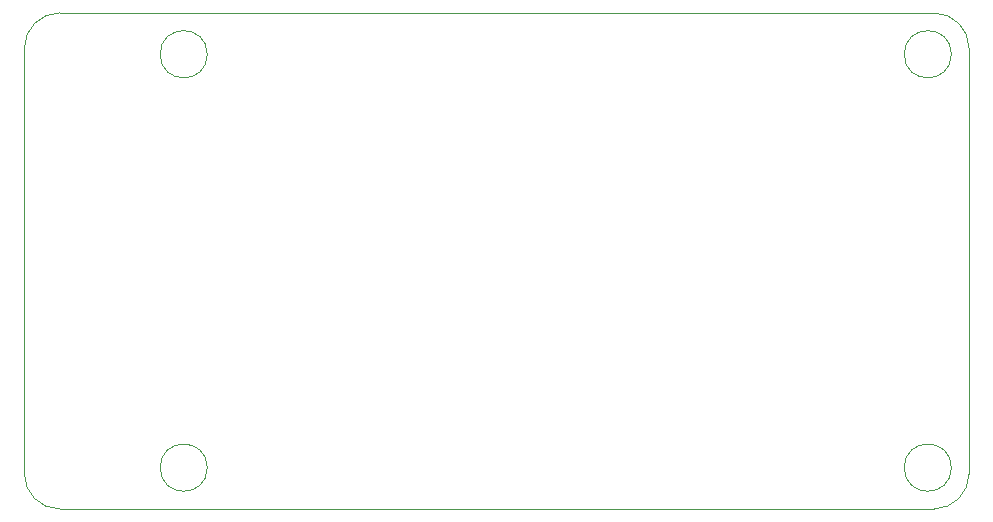
<source format=gm1>
G04 #@! TF.GenerationSoftware,KiCad,Pcbnew,(6.0.5)*
G04 #@! TF.CreationDate,2023-02-02T23:15:04-06:00*
G04 #@! TF.ProjectId,PIC18BT_MCE_Board,50494331-3842-4545-9f4d-43455f426f61,rev?*
G04 #@! TF.SameCoordinates,Original*
G04 #@! TF.FileFunction,Profile,NP*
%FSLAX46Y46*%
G04 Gerber Fmt 4.6, Leading zero omitted, Abs format (unit mm)*
G04 Created by KiCad (PCBNEW (6.0.5)) date 2023-02-02 23:15:04*
%MOMM*%
%LPD*%
G01*
G04 APERTURE LIST*
G04 #@! TA.AperFunction,Profile*
%ADD10C,0.100000*%
G04 #@! TD*
G04 #@! TA.AperFunction,Profile*
%ADD11C,0.120000*%
G04 #@! TD*
G04 APERTURE END LIST*
D10*
X105000000Y-77000000D02*
X105000000Y-113000000D01*
X185000000Y-77000000D02*
G75*
G03*
X182000000Y-74000000I-3000000J0D01*
G01*
X182000000Y-116000000D02*
G75*
G03*
X185000000Y-113000000I0J3000000D01*
G01*
X105000000Y-113000000D02*
X105000000Y-113000000D01*
X185000000Y-113000000D02*
X185000000Y-77000000D01*
X108000000Y-116000000D02*
X182000000Y-116000000D01*
X182000000Y-74000000D02*
X108000000Y-74000000D01*
X108000000Y-74000000D02*
G75*
G03*
X105000000Y-77000000I0J-3000000D01*
G01*
X105000000Y-113000000D02*
G75*
G03*
X108000000Y-116000000I3000000J0D01*
G01*
D11*
X183500000Y-77500000D02*
G75*
G03*
X183500000Y-77500000I-2000000J0D01*
G01*
X183500000Y-112500000D02*
G75*
G03*
X183500000Y-112500000I-2000000J0D01*
G01*
X120500000Y-112500000D02*
G75*
G03*
X120500000Y-112500000I-2000000J0D01*
G01*
X120500000Y-77500000D02*
G75*
G03*
X120500000Y-77500000I-2000000J0D01*
G01*
M02*

</source>
